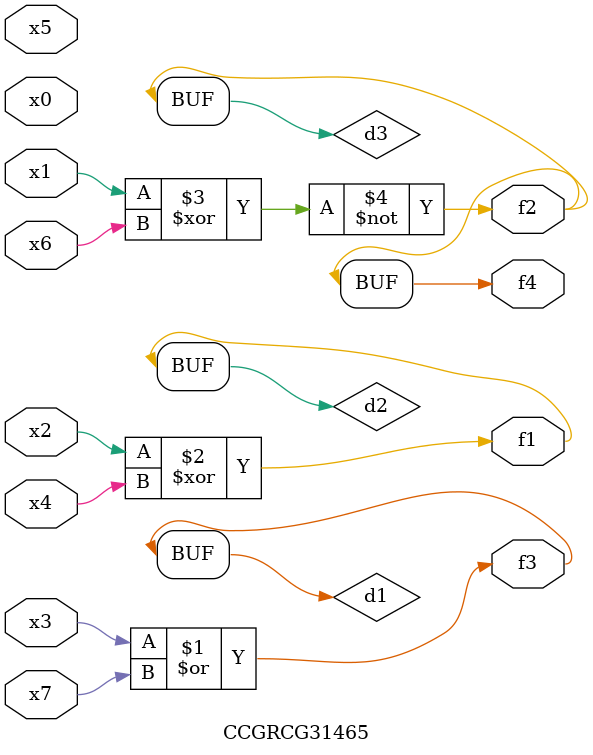
<source format=v>
module CCGRCG31465(
	input x0, x1, x2, x3, x4, x5, x6, x7,
	output f1, f2, f3, f4
);

	wire d1, d2, d3;

	or (d1, x3, x7);
	xor (d2, x2, x4);
	xnor (d3, x1, x6);
	assign f1 = d2;
	assign f2 = d3;
	assign f3 = d1;
	assign f4 = d3;
endmodule

</source>
